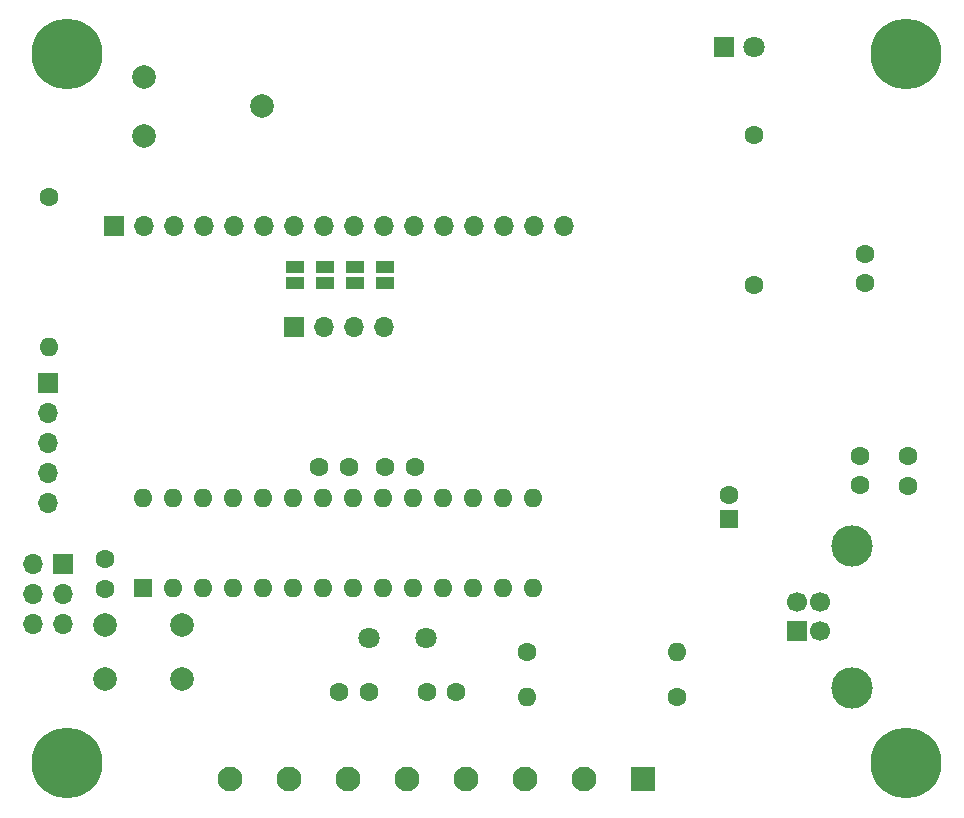
<source format=gbr>
%TF.GenerationSoftware,KiCad,Pcbnew,9.0.4*%
%TF.CreationDate,2025-08-25T16:14:29+02:00*%
%TF.ProjectId,livello_serbatoio_definitiva,6c697665-6c6c-46f5-9f73-65726261746f,D*%
%TF.SameCoordinates,Original*%
%TF.FileFunction,Soldermask,Top*%
%TF.FilePolarity,Negative*%
%FSLAX46Y46*%
G04 Gerber Fmt 4.6, Leading zero omitted, Abs format (unit mm)*
G04 Created by KiCad (PCBNEW 9.0.4) date 2025-08-25 16:14:29*
%MOMM*%
%LPD*%
G01*
G04 APERTURE LIST*
%ADD10O,1.600000X1.600000*%
%ADD11C,1.600000*%
%ADD12C,2.000000*%
%ADD13C,0.800000*%
%ADD14C,6.000000*%
%ADD15R,1.600000X1.600000*%
%ADD16C,1.800000*%
%ADD17R,1.500000X1.000000*%
%ADD18R,1.700000X1.700000*%
%ADD19O,1.700000X1.700000*%
%ADD20R,2.100000X2.100000*%
%ADD21C,2.100000*%
%ADD22C,1.700000*%
%ADD23C,3.500000*%
%ADD24R,1.800000X1.800000*%
G04 APERTURE END LIST*
D10*
%TO.C,R6*%
X91440000Y-98810000D03*
D11*
X91440000Y-86110000D03*
%TD*%
D12*
%TO.C,RV1*%
X99500000Y-75900000D03*
X109500000Y-78400000D03*
X99500000Y-80900000D03*
%TD*%
D13*
%TO.C,H1*%
X90750000Y-74000000D03*
X91409010Y-72409010D03*
X91409010Y-75590990D03*
X93000000Y-71750000D03*
D14*
X93000000Y-74000000D03*
D13*
X93000000Y-76250000D03*
X94590990Y-72409010D03*
X94590990Y-75590990D03*
X95250000Y-74000000D03*
%TD*%
%TO.C,H2*%
X161750000Y-74000000D03*
X162409010Y-72409010D03*
X162409010Y-75590990D03*
X164000000Y-71750000D03*
D14*
X164000000Y-74000000D03*
D13*
X164000000Y-76250000D03*
X165590990Y-72409010D03*
X165590990Y-75590990D03*
X166250000Y-74000000D03*
%TD*%
%TO.C,H3*%
X161750000Y-134000000D03*
X162409010Y-132409010D03*
X162409010Y-135590990D03*
X164000000Y-131750000D03*
D14*
X164000000Y-134000000D03*
D13*
X164000000Y-136250000D03*
X165590990Y-132409010D03*
X165590990Y-135590990D03*
X166250000Y-134000000D03*
%TD*%
%TO.C,H4*%
X90750000Y-134000000D03*
X91409010Y-132409010D03*
X91409010Y-135590990D03*
X93000000Y-131750000D03*
D14*
X93000000Y-134000000D03*
D13*
X93000000Y-136250000D03*
X94590990Y-132409010D03*
X94590990Y-135590990D03*
X95250000Y-134000000D03*
%TD*%
D15*
%TO.C,U2*%
X99440000Y-119200000D03*
D10*
X101980000Y-119200000D03*
X104520000Y-119200000D03*
X107060000Y-119200000D03*
X109600000Y-119200000D03*
X112140000Y-119200000D03*
X114680000Y-119200000D03*
X117220000Y-119200000D03*
X119760000Y-119200000D03*
X122300000Y-119200000D03*
X124840000Y-119200000D03*
X127380000Y-119200000D03*
X129920000Y-119200000D03*
X132460000Y-119200000D03*
X132460000Y-111580000D03*
X129920000Y-111580000D03*
X127380000Y-111580000D03*
X124840000Y-111580000D03*
X122300000Y-111580000D03*
X119760000Y-111580000D03*
X117220000Y-111580000D03*
X114680000Y-111580000D03*
X112140000Y-111580000D03*
X109600000Y-111580000D03*
X107060000Y-111580000D03*
X104520000Y-111580000D03*
X101980000Y-111580000D03*
X99440000Y-111580000D03*
%TD*%
D16*
%TO.C,Y1*%
X123430000Y-123450000D03*
X118550000Y-123450000D03*
%TD*%
D11*
%TO.C,C3*%
X116850000Y-108900000D03*
X114350000Y-108900000D03*
%TD*%
%TO.C,C7*%
X116060000Y-128000000D03*
X118560000Y-128000000D03*
%TD*%
%TO.C,C8*%
X125940000Y-128000000D03*
X123440000Y-128000000D03*
%TD*%
%TO.C,C6*%
X119950000Y-108900000D03*
X122450000Y-108900000D03*
%TD*%
%TO.C,R9*%
X151130000Y-80840000D03*
X151130000Y-93540000D03*
%TD*%
D17*
%TO.C,JP2*%
X114860000Y-93320000D03*
X114860000Y-92020000D03*
%TD*%
D18*
%TO.C,J3*%
X97000000Y-88500000D03*
D19*
X99540000Y-88500000D03*
X102080000Y-88500000D03*
X104620000Y-88500000D03*
X107160000Y-88500000D03*
X109700000Y-88500000D03*
X112240000Y-88500000D03*
X114780000Y-88500000D03*
X117320000Y-88500000D03*
X119860000Y-88500000D03*
X122400000Y-88500000D03*
X124940000Y-88500000D03*
X127480000Y-88500000D03*
X130020000Y-88500000D03*
X132560000Y-88500000D03*
X135100000Y-88500000D03*
%TD*%
D17*
%TO.C,JP3*%
X117400000Y-93320000D03*
X117400000Y-92020000D03*
%TD*%
%TO.C,JP4*%
X119930000Y-93320000D03*
X119930000Y-92020000D03*
%TD*%
%TO.C,JP1*%
X112310000Y-93320000D03*
X112310000Y-92020000D03*
%TD*%
D11*
%TO.C,C4*%
X96200000Y-119250000D03*
X96200000Y-116750000D03*
%TD*%
D12*
%TO.C,SW1*%
X102700000Y-126840000D03*
X96200000Y-126840000D03*
X102700000Y-122340000D03*
X96200000Y-122340000D03*
%TD*%
D11*
%TO.C,R5*%
X131950000Y-124600000D03*
D10*
X144650000Y-124600000D03*
%TD*%
D20*
%TO.C,J8*%
X141770000Y-135390000D03*
D21*
X136770000Y-135390000D03*
X131770000Y-135390000D03*
X126770000Y-135390000D03*
X121770000Y-135390000D03*
X116770000Y-135390000D03*
X111770000Y-135390000D03*
X106770000Y-135390000D03*
%TD*%
D18*
%TO.C,J5*%
X92655000Y-117115000D03*
D19*
X90115000Y-117115000D03*
X92655000Y-119655000D03*
X90115000Y-119655000D03*
X92655000Y-122195000D03*
X90115000Y-122195000D03*
%TD*%
D18*
%TO.C,J1*%
X154770000Y-122850000D03*
D22*
X154770000Y-120350000D03*
X156770000Y-120350000D03*
X156770000Y-122850000D03*
D23*
X159480000Y-115580000D03*
X159480000Y-127620000D03*
%TD*%
D11*
%TO.C,C2*%
X164220000Y-108010000D03*
X164220000Y-110510000D03*
%TD*%
%TO.C,C5*%
X160140000Y-107970000D03*
X160140000Y-110470000D03*
%TD*%
D18*
%TO.C,J7*%
X91400000Y-101860000D03*
D19*
X91400000Y-104400000D03*
X91400000Y-106940000D03*
X91400000Y-109480000D03*
X91400000Y-112020000D03*
%TD*%
D18*
%TO.C,J6*%
X112200000Y-97065000D03*
D19*
X114740000Y-97065000D03*
X117280000Y-97065000D03*
X119820000Y-97065000D03*
%TD*%
D15*
%TO.C,C9*%
X149017613Y-113320000D03*
D11*
X149017613Y-111320000D03*
%TD*%
%TO.C,C1*%
X160570000Y-90870000D03*
X160570000Y-93370000D03*
%TD*%
D24*
%TO.C,D4*%
X148600000Y-73400000D03*
D16*
X151140000Y-73400000D03*
%TD*%
D11*
%TO.C,R8*%
X144650000Y-128400000D03*
D10*
X131950000Y-128400000D03*
%TD*%
M02*

</source>
